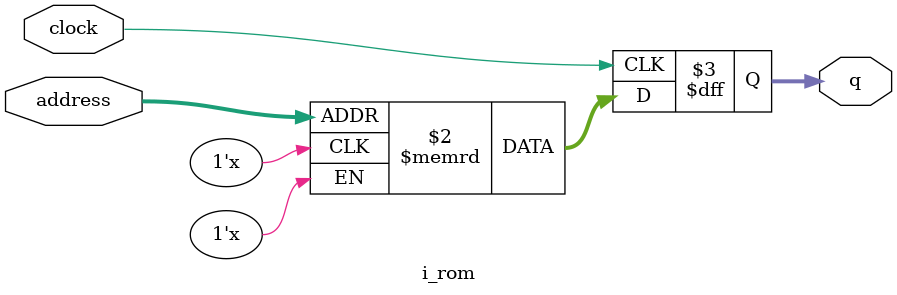
<source format=sv>
module i_rom (
	input logic clock,
	input logic [9:0] address,
	output logic [1:0] q
);

logic [1:0] memory [0:624] /* synthesis ram_init_file = "./i/i.COE" */;

always_ff @ (posedge clock) begin
	q <= memory[address];
end

endmodule

</source>
